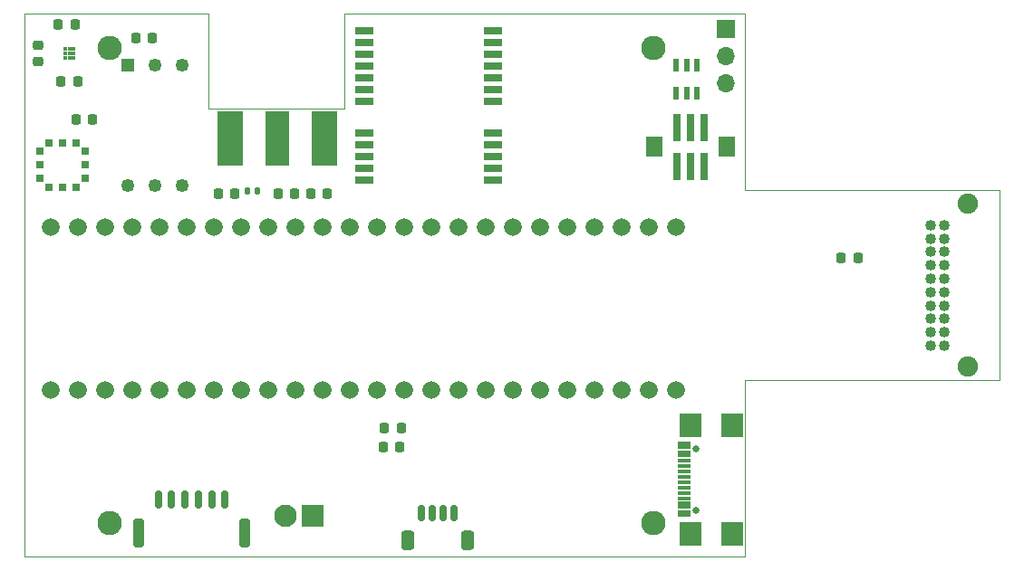
<source format=gbr>
%TF.GenerationSoftware,KiCad,Pcbnew,(7.0.0)*%
%TF.CreationDate,2024-06-17T09:17:14-04:00*%
%TF.ProjectId,BRGRavionics2.4.1,42524752-6176-4696-9f6e-696373322e34,rev?*%
%TF.SameCoordinates,PX429d390PY9157080*%
%TF.FileFunction,Soldermask,Top*%
%TF.FilePolarity,Negative*%
%FSLAX46Y46*%
G04 Gerber Fmt 4.6, Leading zero omitted, Abs format (unit mm)*
G04 Created by KiCad (PCBNEW (7.0.0)) date 2024-06-17 09:17:14*
%MOMM*%
%LPD*%
G01*
G04 APERTURE LIST*
G04 Aperture macros list*
%AMRoundRect*
0 Rectangle with rounded corners*
0 $1 Rounding radius*
0 $2 $3 $4 $5 $6 $7 $8 $9 X,Y pos of 4 corners*
0 Add a 4 corners polygon primitive as box body*
4,1,4,$2,$3,$4,$5,$6,$7,$8,$9,$2,$3,0*
0 Add four circle primitives for the rounded corners*
1,1,$1+$1,$2,$3*
1,1,$1+$1,$4,$5*
1,1,$1+$1,$6,$7*
1,1,$1+$1,$8,$9*
0 Add four rect primitives between the rounded corners*
20,1,$1+$1,$2,$3,$4,$5,0*
20,1,$1+$1,$4,$5,$6,$7,0*
20,1,$1+$1,$6,$7,$8,$9,0*
20,1,$1+$1,$8,$9,$2,$3,0*%
G04 Aperture macros list end*
%ADD10RoundRect,0.225000X0.225000X0.250000X-0.225000X0.250000X-0.225000X-0.250000X0.225000X-0.250000X0*%
%ADD11RoundRect,0.225000X-0.225000X-0.250000X0.225000X-0.250000X0.225000X0.250000X-0.225000X0.250000X0*%
%ADD12RoundRect,0.150000X0.150000X0.625000X-0.150000X0.625000X-0.150000X-0.625000X0.150000X-0.625000X0*%
%ADD13RoundRect,0.250000X0.350000X0.650000X-0.350000X0.650000X-0.350000X-0.650000X0.350000X-0.650000X0*%
%ADD14C,2.286000*%
%ADD15RoundRect,0.140000X-0.140000X-0.170000X0.140000X-0.170000X0.140000X0.170000X-0.140000X0.170000X0*%
%ADD16C,0.650000*%
%ADD17R,1.150000X0.300000*%
%ADD18R,2.000000X2.180000*%
%ADD19R,0.700000X0.650000*%
%ADD20R,0.650000X0.700000*%
%ADD21R,1.700000X1.700000*%
%ADD22O,1.700000X1.700000*%
%ADD23R,1.251000X1.251000*%
%ADD24C,1.251000*%
%ADD25C,0.404000*%
%ADD26RoundRect,0.150000X-0.150000X-0.700000X0.150000X-0.700000X0.150000X0.700000X-0.150000X0.700000X0*%
%ADD27RoundRect,0.250000X-0.250000X-1.100000X0.250000X-1.100000X0.250000X1.100000X-0.250000X1.100000X0*%
%ADD28R,0.600000X1.150000*%
%ADD29R,2.290000X5.080000*%
%ADD30R,2.420000X5.080000*%
%ADD31R,0.700000X2.500000*%
%ADD32R,1.500000X1.850000*%
%ADD33C,1.665000*%
%ADD34RoundRect,0.225000X0.250000X-0.225000X0.250000X0.225000X-0.250000X0.225000X-0.250000X-0.225000X0*%
%ADD35R,1.800000X0.800000*%
%ADD36R,2.100000X2.100000*%
%ADD37C,2.100000*%
%ADD38C,1.900000*%
%ADD39C,1.016000*%
%TA.AperFunction,Profile*%
%ADD40C,0.025400*%
%TD*%
%TA.AperFunction,Profile*%
%ADD41C,0.100000*%
%TD*%
G04 APERTURE END LIST*
D10*
%TO.C,C6*%
X19621800Y33959800D03*
X18071800Y33959800D03*
%TD*%
D11*
%TO.C,L1*%
X23659800Y33985200D03*
X25209800Y33985200D03*
%TD*%
D12*
%TO.C,RADIODIAG1*%
X40108000Y4119000D03*
X39108000Y4119000D03*
X38108000Y4119000D03*
X37108000Y4119000D03*
D13*
X41408000Y1594000D03*
X35808000Y1594000D03*
%TD*%
D14*
%TO.C,H4*%
X58724800Y3175000D03*
%TD*%
D10*
%TO.C,C10*%
X77864000Y27940000D03*
X76314000Y27940000D03*
%TD*%
D15*
%TO.C,D1*%
X20805200Y34239200D03*
X21765200Y34239200D03*
%TD*%
D14*
%TO.C,H1*%
X7924800Y47625000D03*
%TD*%
D16*
%TO.C,J3*%
X62703500Y4349000D03*
X62703500Y10129000D03*
D17*
X61628499Y3888999D03*
X61628499Y4688999D03*
X61628499Y5988999D03*
X61628499Y6988999D03*
X61628499Y7488999D03*
X61628499Y8488999D03*
X61628499Y9788999D03*
X61628499Y10588999D03*
X61628499Y10288999D03*
X61628499Y9488999D03*
X61628499Y8988999D03*
X61628499Y7988999D03*
X61628499Y6488999D03*
X61628499Y5488999D03*
X61628499Y4988999D03*
X61628499Y4188999D03*
D18*
X66133499Y2128999D03*
X66133499Y12348999D03*
X62203499Y2128999D03*
X62203499Y12348999D03*
%TD*%
D19*
%TO.C,U2*%
X4825999Y34556999D03*
X3555999Y34556999D03*
X2285999Y34556999D03*
D20*
X1455999Y35386999D03*
X1455999Y36656999D03*
X1455999Y37926999D03*
D19*
X2285999Y38756999D03*
X3555999Y38756999D03*
X4825999Y38756999D03*
D20*
X5655999Y37926999D03*
X5655999Y36656999D03*
X5655999Y35386999D03*
%TD*%
D11*
%TO.C,C7*%
X26707800Y33985200D03*
X28257800Y33985200D03*
%TD*%
%TO.C,C3*%
X3416000Y44450000D03*
X4966000Y44450000D03*
%TD*%
D21*
%TO.C,J4*%
X65531999Y49387999D03*
D22*
X65531999Y46847999D03*
X65531999Y44307999D03*
%TD*%
D11*
%TO.C,C9*%
X33515000Y10287000D03*
X35065000Y10287000D03*
%TD*%
D23*
%TO.C,U3*%
X9651999Y46010999D03*
D24*
X12192000Y46011000D03*
X14732000Y46011000D03*
X14732000Y34761000D03*
X12192000Y34761000D03*
X9652000Y34761000D03*
%TD*%
D11*
%TO.C,C8*%
X33642000Y12065000D03*
X35192000Y12065000D03*
%TD*%
D25*
%TO.C,U1*%
X4591000Y47517000D03*
X4591000Y47117000D03*
X4591000Y46717000D03*
X4191000Y47517000D03*
X4191000Y47117000D03*
X4191000Y46717000D03*
X3791000Y47517000D03*
X3791000Y47117000D03*
X3791000Y46717000D03*
%TD*%
D26*
%TO.C,RADIOSERIAL1*%
X12496000Y5406000D03*
X13746000Y5406000D03*
X14996000Y5406000D03*
X16246000Y5406000D03*
X17496000Y5406000D03*
X18746000Y5406000D03*
D27*
X10646000Y2206000D03*
X20596000Y2206000D03*
%TD*%
D28*
%TO.C,IC2*%
X62798999Y46003999D03*
X61848999Y46003999D03*
X60898999Y46003999D03*
X60898999Y43403999D03*
X61848999Y43403999D03*
X62798999Y43403999D03*
%TD*%
D29*
%TO.C,J1*%
X23621999Y39184999D03*
D30*
X28001999Y39184999D03*
X19241999Y39184999D03*
%TD*%
D31*
%TO.C,POWERPACK1*%
X60979999Y36503999D03*
X62229999Y36503999D03*
X63479999Y36503999D03*
X60979999Y40203999D03*
X62229999Y40203999D03*
X63479999Y40203999D03*
D32*
X58829999Y38353999D03*
X65629999Y38353999D03*
%TD*%
D14*
%TO.C,H2*%
X7924800Y3175000D03*
%TD*%
D33*
%TO.C,IC1*%
X7493000Y15621000D03*
X10033000Y15621000D03*
X12573000Y15621000D03*
X15113000Y15621000D03*
X17653000Y15621000D03*
X20193000Y15621000D03*
X22733000Y15621000D03*
X25273000Y15621000D03*
X27813000Y15621000D03*
X30353000Y15621000D03*
X32893000Y15621000D03*
X35433000Y15621000D03*
X35433000Y30861000D03*
X32893000Y30861000D03*
X30353000Y30861000D03*
X27813000Y30861000D03*
X25273000Y30861000D03*
X22733000Y30861000D03*
X20193000Y30861000D03*
X17653000Y30861000D03*
X15113000Y30861000D03*
X12573000Y30861000D03*
X10033000Y30861000D03*
X40513000Y15621000D03*
X43053000Y15621000D03*
X45593000Y15621000D03*
X48133000Y15621000D03*
X50673000Y15621000D03*
X53213000Y15621000D03*
X55753000Y15621000D03*
X58293000Y15621000D03*
X60833000Y15621000D03*
X60833000Y30861000D03*
X58293000Y30861000D03*
X55753000Y30861000D03*
X53213000Y30861000D03*
X50673000Y30861000D03*
X48133000Y30861000D03*
X45593000Y30861000D03*
X43053000Y30861000D03*
X40513000Y30861000D03*
X37973000Y15621000D03*
X7493000Y30861000D03*
X2413000Y30861000D03*
X4953000Y15621000D03*
X37973000Y30861000D03*
X4953000Y30861000D03*
X2413000Y15621000D03*
%TD*%
D34*
%TO.C,C1*%
X1270000Y46342000D03*
X1270000Y47892000D03*
%TD*%
D10*
%TO.C,C5*%
X11951000Y48514000D03*
X10401000Y48514000D03*
%TD*%
D35*
%TO.C,U4*%
X31744399Y49214799D03*
X31744399Y48114799D03*
X31744399Y47014799D03*
X31744399Y45914799D03*
X31744399Y44814799D03*
X31744399Y43714799D03*
X31744399Y42614799D03*
X31744399Y39614799D03*
X31744399Y38514799D03*
X31744399Y37414799D03*
X31744399Y36314799D03*
X31744399Y35214799D03*
X43744399Y35214799D03*
X43744399Y36314799D03*
X43744399Y37414799D03*
X43744399Y38514799D03*
X43744399Y39614799D03*
X43744399Y42614799D03*
X43744399Y43714799D03*
X43744399Y44814799D03*
X43744399Y45914799D03*
X43744399Y47014799D03*
X43744399Y48114799D03*
X43744399Y49214799D03*
%TD*%
D11*
%TO.C,C4*%
X4813000Y40894000D03*
X6363000Y40894000D03*
%TD*%
D10*
%TO.C,C2*%
X4712000Y49784000D03*
X3162000Y49784000D03*
%TD*%
D36*
%TO.C,J2*%
X26923999Y3809999D03*
D37*
X24384000Y3810000D03*
%TD*%
D14*
%TO.C,H3*%
X58724800Y47625000D03*
%TD*%
D38*
%TO.C,J5*%
X88103000Y33025000D03*
X88103000Y17775000D03*
D39*
X84653000Y19775000D03*
X84653000Y21025000D03*
X84653000Y22275000D03*
X84653000Y23525000D03*
X84653000Y24775000D03*
X84653000Y26025000D03*
X84653000Y27275000D03*
X84653000Y28525000D03*
X84653000Y29775000D03*
X84653000Y31025000D03*
X85903000Y19775000D03*
X85903000Y21025000D03*
X85903000Y22275000D03*
X85903000Y23525000D03*
X85903000Y24775000D03*
X85903000Y26025000D03*
X85903000Y27275000D03*
X85903000Y28525000D03*
X85903000Y29775000D03*
X85903000Y31025000D03*
%TD*%
D40*
X17145000Y50800000D02*
X0Y50800000D01*
X29845000Y41910000D02*
X29845000Y50800000D01*
D41*
X67310000Y34290000D02*
X67310000Y50800000D01*
D40*
X17145000Y41910000D02*
X17145000Y50800000D01*
X0Y0D02*
X67310000Y0D01*
X91059000Y16510000D02*
X91059000Y34290000D01*
D41*
X67310000Y16510000D02*
X67310000Y0D01*
X91059000Y34290000D02*
X67310000Y34290000D01*
D40*
X29845000Y50800000D02*
X67310000Y50800000D01*
X0Y50800000D02*
X0Y0D01*
D41*
X91059000Y16510000D02*
X67310000Y16510000D01*
D40*
X17145000Y41910000D02*
X29845000Y41910000D01*
M02*

</source>
